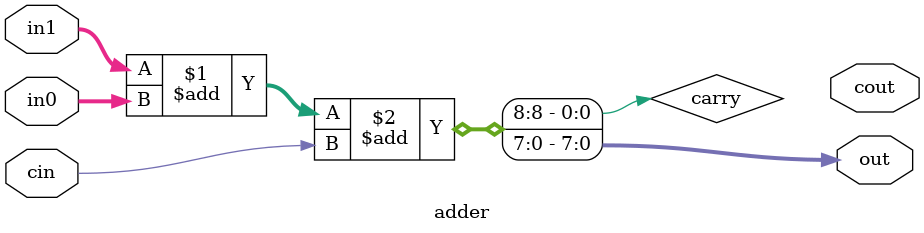
<source format=v>
module adder (in1, in0, cin, cout, out);
	input	[7:0]	in1;
	input	[7:0]	in0;
	input			cin;
	output	[7:0]	out;
	output			cout;

	assign	{carry, out} = in1 + in0 + cin;
endmodule 

</source>
